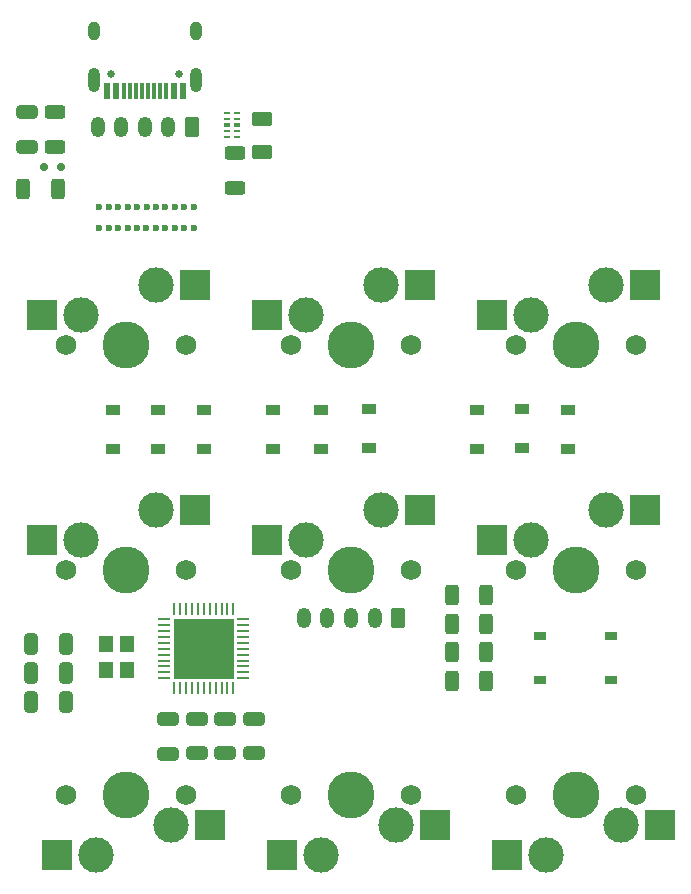
<source format=gbr>
%TF.GenerationSoftware,KiCad,Pcbnew,8.0.2*%
%TF.CreationDate,2024-10-13T22:55:22+09:00*%
%TF.ProjectId,typing-check-board,74797069-6e67-42d6-9368-65636b2d626f,rev?*%
%TF.SameCoordinates,Original*%
%TF.FileFunction,Soldermask,Bot*%
%TF.FilePolarity,Negative*%
%FSLAX46Y46*%
G04 Gerber Fmt 4.6, Leading zero omitted, Abs format (unit mm)*
G04 Created by KiCad (PCBNEW 8.0.2) date 2024-10-13 22:55:22*
%MOMM*%
%LPD*%
G01*
G04 APERTURE LIST*
G04 Aperture macros list*
%AMRoundRect*
0 Rectangle with rounded corners*
0 $1 Rounding radius*
0 $2 $3 $4 $5 $6 $7 $8 $9 X,Y pos of 4 corners*
0 Add a 4 corners polygon primitive as box body*
4,1,4,$2,$3,$4,$5,$6,$7,$8,$9,$2,$3,0*
0 Add four circle primitives for the rounded corners*
1,1,$1+$1,$2,$3*
1,1,$1+$1,$4,$5*
1,1,$1+$1,$6,$7*
1,1,$1+$1,$8,$9*
0 Add four rect primitives between the rounded corners*
20,1,$1+$1,$2,$3,$4,$5,0*
20,1,$1+$1,$4,$5,$6,$7,0*
20,1,$1+$1,$6,$7,$8,$9,0*
20,1,$1+$1,$8,$9,$2,$3,0*%
G04 Aperture macros list end*
%ADD10C,0.600000*%
%ADD11RoundRect,0.150000X-0.150000X-0.200000X0.150000X-0.200000X0.150000X0.200000X-0.150000X0.200000X0*%
%ADD12RoundRect,0.250000X0.350000X0.625000X-0.350000X0.625000X-0.350000X-0.625000X0.350000X-0.625000X0*%
%ADD13O,1.200000X1.750000*%
%ADD14RoundRect,0.250000X-0.312500X-0.625000X0.312500X-0.625000X0.312500X0.625000X-0.312500X0.625000X0*%
%ADD15RoundRect,0.250000X-0.625000X0.312500X-0.625000X-0.312500X0.625000X-0.312500X0.625000X0.312500X0*%
%ADD16RoundRect,0.250000X0.625000X-0.312500X0.625000X0.312500X-0.625000X0.312500X-0.625000X-0.312500X0*%
%ADD17RoundRect,0.250000X0.650000X-0.325000X0.650000X0.325000X-0.650000X0.325000X-0.650000X-0.325000X0*%
%ADD18RoundRect,0.250000X-0.625000X0.375000X-0.625000X-0.375000X0.625000X-0.375000X0.625000X0.375000X0*%
%ADD19O,1.000000X1.600000*%
%ADD20O,1.000000X2.100000*%
%ADD21R,0.600000X1.450000*%
%ADD22R,0.300000X1.450000*%
%ADD23C,0.650000*%
%ADD24R,0.609000X0.250000*%
%ADD25R,0.609000X0.380000*%
%ADD26R,1.200000X0.900000*%
%ADD27C,1.750000*%
%ADD28C,3.000000*%
%ADD29C,3.987800*%
%ADD30R,2.550000X2.500000*%
%ADD31RoundRect,0.250000X0.325000X0.650000X-0.325000X0.650000X-0.325000X-0.650000X0.325000X-0.650000X0*%
%ADD32RoundRect,0.250000X-0.325000X-0.650000X0.325000X-0.650000X0.325000X0.650000X-0.325000X0.650000X0*%
%ADD33RoundRect,0.250000X-0.650000X0.325000X-0.650000X-0.325000X0.650000X-0.325000X0.650000X0.325000X0*%
%ADD34RoundRect,0.250000X0.312500X0.625000X-0.312500X0.625000X-0.312500X-0.625000X0.312500X-0.625000X0*%
%ADD35R,1.000000X0.750000*%
%ADD36RoundRect,0.062500X0.062500X-0.475000X0.062500X0.475000X-0.062500X0.475000X-0.062500X-0.475000X0*%
%ADD37RoundRect,0.062500X0.475000X-0.062500X0.475000X0.062500X-0.475000X0.062500X-0.475000X-0.062500X0*%
%ADD38R,5.200000X5.200000*%
%ADD39R,1.200000X1.400000*%
G04 APERTURE END LIST*
D10*
%TO.C,bite02*%
X126240000Y-71830000D03*
X125440000Y-71830000D03*
X124640000Y-71830000D03*
X123840000Y-71830000D03*
X123040000Y-71830000D03*
X122240000Y-71830000D03*
X121440000Y-71830000D03*
X120640000Y-71830000D03*
X119840000Y-71830000D03*
X119040000Y-71830000D03*
X118240000Y-71830000D03*
%TD*%
%TO.C,bite01*%
X118230000Y-73560000D03*
X119030000Y-73560000D03*
X119830000Y-73560000D03*
X120630000Y-73560000D03*
X121430000Y-73560000D03*
X122230000Y-73560000D03*
X123030000Y-73560000D03*
X123830000Y-73560000D03*
X124630000Y-73560000D03*
X125430000Y-73560000D03*
X126230000Y-73560000D03*
%TD*%
D11*
%TO.C,DD1*%
X113588750Y-68445000D03*
X114988750Y-68445000D03*
%TD*%
D12*
%TO.C,JD2*%
X126095000Y-65065000D03*
D13*
X124095000Y-65065000D03*
X122095000Y-65065000D03*
X120095000Y-65065000D03*
X118095000Y-65065000D03*
%TD*%
D14*
%TO.C,R6*%
X114711250Y-70315000D03*
X111786250Y-70315000D03*
%TD*%
D15*
%TO.C,R7*%
X129725000Y-70187500D03*
X129725000Y-67262500D03*
%TD*%
D16*
%TO.C,RD1*%
X114458750Y-63812500D03*
X114458750Y-66737500D03*
%TD*%
D17*
%TO.C,CD4*%
X112128750Y-63810000D03*
X112128750Y-66760000D03*
%TD*%
D18*
%TO.C,FD1*%
X132045000Y-64395000D03*
X132045000Y-67195000D03*
%TD*%
D19*
%TO.C,JD1*%
X126435000Y-56895000D03*
D20*
X126435000Y-61075000D03*
D19*
X117795000Y-56895000D03*
D20*
X117795000Y-61075000D03*
D21*
X118865000Y-61990000D03*
X119665000Y-61990000D03*
D22*
X120365000Y-61990000D03*
X121365000Y-61990000D03*
X122865000Y-61990000D03*
X123865000Y-61990000D03*
D21*
X124565000Y-61990000D03*
X125365000Y-61990000D03*
X125365000Y-61990000D03*
X124565000Y-61990000D03*
D22*
X123365000Y-61990000D03*
X122365000Y-61990000D03*
X121865000Y-61990000D03*
X120865000Y-61990000D03*
D21*
X119665000Y-61990000D03*
X118865000Y-61990000D03*
D23*
X125005000Y-60545000D03*
X119225000Y-60545000D03*
%TD*%
D24*
%TO.C,UD1*%
X129085000Y-63885000D03*
X129085000Y-64385000D03*
D25*
X129085000Y-64885000D03*
D24*
X129085000Y-65385000D03*
X129085000Y-65885000D03*
X129915000Y-65885000D03*
X129915000Y-65385000D03*
D25*
X129915000Y-64885000D03*
D24*
X129915000Y-64385000D03*
X129915000Y-63885000D03*
%TD*%
D26*
%TO.C,D02_1*%
X119380000Y-92290000D03*
X119380000Y-88990000D03*
%TD*%
%TO.C,D01_1*%
X123180000Y-89050000D03*
X123180000Y-92350000D03*
%TD*%
%TO.C,D02_3*%
X150210000Y-89000000D03*
X150210000Y-92300000D03*
%TD*%
%TO.C,D00_1*%
X127140000Y-89050000D03*
X127140000Y-92350000D03*
%TD*%
%TO.C,D01_2*%
X137040000Y-89020000D03*
X137040000Y-92320000D03*
%TD*%
%TO.C,D01_3*%
X154020000Y-88960000D03*
X154020000Y-92260000D03*
%TD*%
%TO.C,D00_3*%
X157930000Y-89010000D03*
X157930000Y-92310000D03*
%TD*%
%TO.C,D00_2*%
X141080000Y-88940000D03*
X141080000Y-92240000D03*
%TD*%
%TO.C,D02_2*%
X132920000Y-92320000D03*
X132920000Y-89020000D03*
%TD*%
D27*
%TO.C,SW02_2*%
X144635000Y-121595200D03*
D28*
X143365000Y-124135200D03*
D29*
X139555000Y-121595200D03*
D28*
X137015000Y-126675200D03*
D27*
X134475000Y-121595200D03*
D30*
X146640000Y-124135200D03*
X133713000Y-126675200D03*
%TD*%
D27*
%TO.C,SW01_3*%
X153510000Y-102540000D03*
D28*
X154780000Y-100000000D03*
D29*
X158590000Y-102540000D03*
D28*
X161130000Y-97460000D03*
D27*
X163670000Y-102540000D03*
D30*
X151505000Y-100000000D03*
X164432000Y-97460000D03*
%TD*%
D27*
%TO.C,SW00_3*%
X153520000Y-83500000D03*
D28*
X154790000Y-80960000D03*
D29*
X158600000Y-83500000D03*
D28*
X161140000Y-78420000D03*
D27*
X163680000Y-83500000D03*
D30*
X151515000Y-80960000D03*
X164442000Y-78420000D03*
%TD*%
D27*
%TO.C,SW02_3*%
X163675000Y-121605200D03*
D28*
X162405000Y-124145200D03*
D29*
X158595000Y-121605200D03*
D28*
X156055000Y-126685200D03*
D27*
X153515000Y-121605200D03*
D30*
X165680000Y-124145200D03*
X152753000Y-126685200D03*
%TD*%
D27*
%TO.C,SW01_1*%
X115420000Y-102550000D03*
D28*
X116690000Y-100010000D03*
D29*
X120500000Y-102550000D03*
D28*
X123040000Y-97470000D03*
D27*
X125580000Y-102550000D03*
D30*
X113415000Y-100010000D03*
X126342000Y-97470000D03*
%TD*%
D27*
%TO.C,SW01_2*%
X134470000Y-102540000D03*
D28*
X135740000Y-100000000D03*
D29*
X139550000Y-102540000D03*
D28*
X142090000Y-97460000D03*
D27*
X144630000Y-102540000D03*
D30*
X132465000Y-100000000D03*
X145392000Y-97460000D03*
%TD*%
D27*
%TO.C,SW00_1*%
X115420000Y-83490000D03*
D28*
X116690000Y-80950000D03*
D29*
X120500000Y-83490000D03*
D28*
X123040000Y-78410000D03*
D27*
X125580000Y-83490000D03*
D30*
X113415000Y-80950000D03*
X126342000Y-78410000D03*
%TD*%
D27*
%TO.C,SW00_2*%
X134470000Y-83490000D03*
D28*
X135740000Y-80950000D03*
D29*
X139550000Y-83490000D03*
D28*
X142090000Y-78410000D03*
D27*
X144630000Y-83490000D03*
D30*
X132465000Y-80950000D03*
X145392000Y-78410000D03*
%TD*%
D27*
%TO.C,SW02_1*%
X125575000Y-121590000D03*
D28*
X124305000Y-124130000D03*
D29*
X120495000Y-121590000D03*
D28*
X117955000Y-126670000D03*
D27*
X115415000Y-121590000D03*
D30*
X127580000Y-124130000D03*
X114653000Y-126670000D03*
%TD*%
D31*
%TO.C,C1*%
X115405000Y-108830000D03*
X112455000Y-108830000D03*
%TD*%
D32*
%TO.C,C2*%
X112455000Y-111290000D03*
X115405000Y-111290000D03*
%TD*%
%TO.C,C3*%
X112445000Y-113770000D03*
X115395000Y-113770000D03*
%TD*%
D33*
%TO.C,C5*%
X131320000Y-115135000D03*
X131320000Y-118085000D03*
%TD*%
%TO.C,C6*%
X128920000Y-115130000D03*
X128920000Y-118080000D03*
%TD*%
%TO.C,C7*%
X126490000Y-115130000D03*
X126490000Y-118080000D03*
%TD*%
%TO.C,C8*%
X124060000Y-115160000D03*
X124060000Y-118110000D03*
%TD*%
D12*
%TO.C,J1*%
X143540000Y-106630000D03*
D13*
X141540000Y-106630000D03*
X139540000Y-106630000D03*
X137540000Y-106630000D03*
X135540000Y-106630000D03*
%TD*%
D34*
%TO.C,R2*%
X151012500Y-107120000D03*
X148087500Y-107120000D03*
%TD*%
D14*
%TO.C,R3*%
X148077500Y-109520000D03*
X151002500Y-109520000D03*
%TD*%
D34*
%TO.C,R4*%
X151020000Y-104710000D03*
X148095000Y-104710000D03*
%TD*%
D14*
%TO.C,R5*%
X148067500Y-111990000D03*
X150992500Y-111990000D03*
%TD*%
D35*
%TO.C,RESET_SW1*%
X155567500Y-111855000D03*
X161567500Y-111855000D03*
X155567500Y-108105000D03*
X161567500Y-108105000D03*
%TD*%
D36*
%TO.C,U1*%
X129590000Y-112557500D03*
X129090000Y-112557500D03*
X128590000Y-112557500D03*
X128090000Y-112557500D03*
X127590000Y-112557500D03*
X127090000Y-112557500D03*
X126590000Y-112557500D03*
X126090000Y-112557500D03*
X125590000Y-112557500D03*
X125090000Y-112557500D03*
X124590000Y-112557500D03*
D37*
X123752500Y-111720000D03*
X123752500Y-111220000D03*
X123752500Y-110720000D03*
X123752500Y-110220000D03*
X123752500Y-109720000D03*
X123752500Y-109220000D03*
X123752500Y-108720000D03*
X123752500Y-108220000D03*
X123752500Y-107720000D03*
X123752500Y-107220000D03*
X123752500Y-106720000D03*
D36*
X124590000Y-105882500D03*
X125090000Y-105882500D03*
X125590000Y-105882500D03*
X126090000Y-105882500D03*
X126590000Y-105882500D03*
X127090000Y-105882500D03*
X127590000Y-105882500D03*
X128090000Y-105882500D03*
X128590000Y-105882500D03*
X129090000Y-105882500D03*
X129590000Y-105882500D03*
D37*
X130427500Y-106720000D03*
X130427500Y-107220000D03*
X130427500Y-107720000D03*
X130427500Y-108220000D03*
X130427500Y-108720000D03*
X130427500Y-109220000D03*
X130427500Y-109720000D03*
X130427500Y-110220000D03*
X130427500Y-110720000D03*
X130427500Y-111220000D03*
X130427500Y-111720000D03*
D38*
X127090000Y-109220000D03*
%TD*%
D39*
%TO.C,Y1*%
X118845000Y-111060000D03*
X118845000Y-108860000D03*
X120595000Y-108860000D03*
X120595000Y-111060000D03*
%TD*%
M02*

</source>
